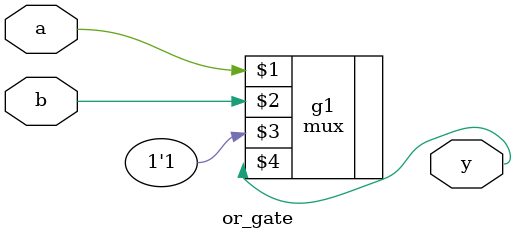
<source format=v>
`include "mux21_v.v"
module or_gate(a,b,y);
input a,b;
output y;
mux g1(a,b,1'b1,y);
endmodule

//# a=0 b=0 y=0
//# a=0 b=1 y=1
//# a=0 b=1 y=1
//# a=1 b=1 y=1
//# a=0 b=1 y=1
//# a=0 b=1 y=1
//# a=0 b=1 y=1
//# a=1 b=0 y=1


</source>
